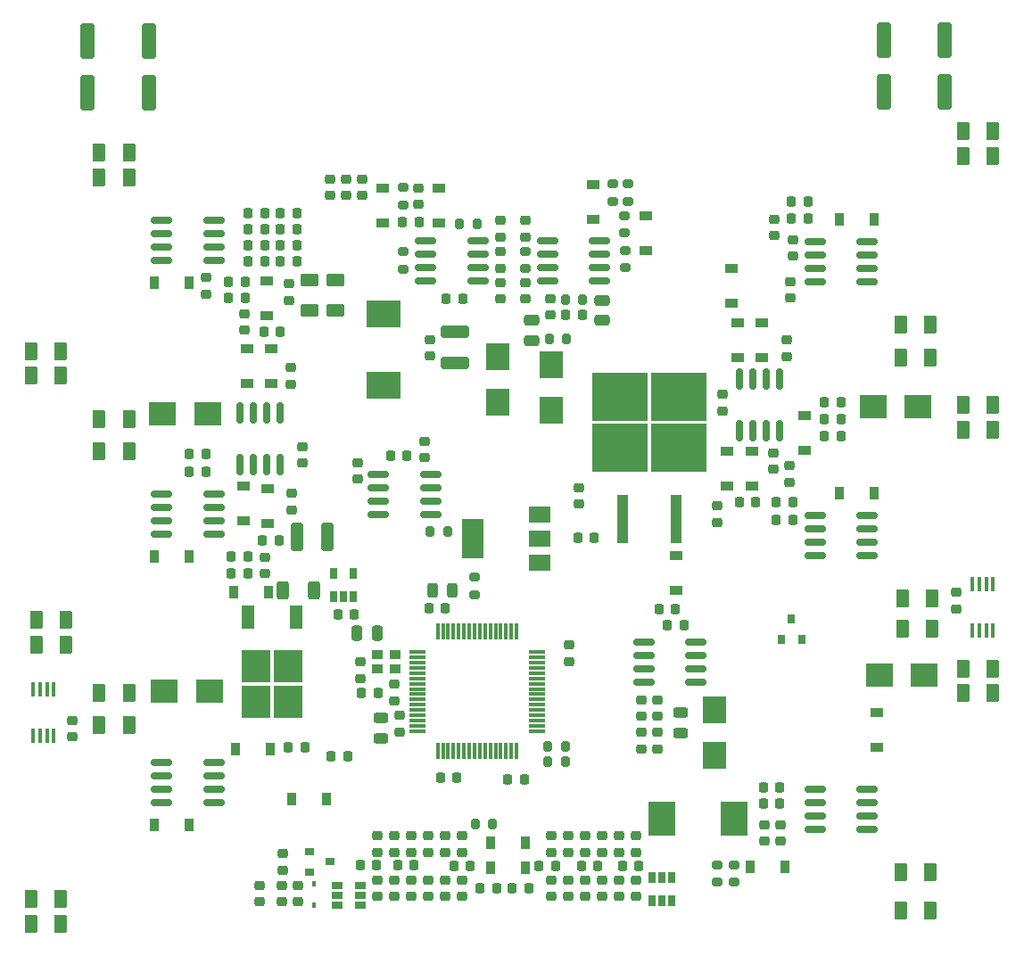
<source format=gbr>
%TF.GenerationSoftware,KiCad,Pcbnew,(6.0.0)*%
%TF.CreationDate,2022-06-09T22:04:04+02:00*%
%TF.ProjectId,Bobbycontroller,426f6262-7963-46f6-9e74-726f6c6c6572,rev?*%
%TF.SameCoordinates,Original*%
%TF.FileFunction,Paste,Top*%
%TF.FilePolarity,Positive*%
%FSLAX46Y46*%
G04 Gerber Fmt 4.6, Leading zero omitted, Abs format (unit mm)*
G04 Created by KiCad (PCBNEW (6.0.0)) date 2022-06-09 22:04:04*
%MOMM*%
%LPD*%
G01*
G04 APERTURE LIST*
G04 Aperture macros list*
%AMRoundRect*
0 Rectangle with rounded corners*
0 $1 Rounding radius*
0 $2 $3 $4 $5 $6 $7 $8 $9 X,Y pos of 4 corners*
0 Add a 4 corners polygon primitive as box body*
4,1,4,$2,$3,$4,$5,$6,$7,$8,$9,$2,$3,0*
0 Add four circle primitives for the rounded corners*
1,1,$1+$1,$2,$3*
1,1,$1+$1,$4,$5*
1,1,$1+$1,$6,$7*
1,1,$1+$1,$8,$9*
0 Add four rect primitives between the rounded corners*
20,1,$1+$1,$2,$3,$4,$5,0*
20,1,$1+$1,$4,$5,$6,$7,0*
20,1,$1+$1,$6,$7,$8,$9,0*
20,1,$1+$1,$8,$9,$2,$3,0*%
G04 Aperture macros list end*
%ADD10RoundRect,0.250000X0.375000X0.625000X-0.375000X0.625000X-0.375000X-0.625000X0.375000X-0.625000X0*%
%ADD11RoundRect,0.249999X0.425001X1.425001X-0.425001X1.425001X-0.425001X-1.425001X0.425001X-1.425001X0*%
%ADD12RoundRect,0.249999X-0.425001X-1.425001X0.425001X-1.425001X0.425001X1.425001X-0.425001X1.425001X0*%
%ADD13R,2.000000X1.500000*%
%ADD14R,2.000000X3.800000*%
%ADD15RoundRect,0.075000X-0.700000X-0.075000X0.700000X-0.075000X0.700000X0.075000X-0.700000X0.075000X0*%
%ADD16RoundRect,0.075000X-0.075000X-0.700000X0.075000X-0.700000X0.075000X0.700000X-0.075000X0.700000X0*%
%ADD17RoundRect,0.150000X-0.150000X0.825000X-0.150000X-0.825000X0.150000X-0.825000X0.150000X0.825000X0*%
%ADD18RoundRect,0.150000X-0.825000X-0.150000X0.825000X-0.150000X0.825000X0.150000X-0.825000X0.150000X0*%
%ADD19RoundRect,0.150000X0.825000X0.150000X-0.825000X0.150000X-0.825000X-0.150000X0.825000X-0.150000X0*%
%ADD20R,3.300000X2.500000*%
%ADD21R,2.300000X2.500000*%
%ADD22RoundRect,0.218750X-0.218750X-0.256250X0.218750X-0.256250X0.218750X0.256250X-0.218750X0.256250X0*%
%ADD23RoundRect,0.218750X0.218750X0.256250X-0.218750X0.256250X-0.218750X-0.256250X0.218750X-0.256250X0*%
%ADD24RoundRect,0.218750X0.256250X-0.218750X0.256250X0.218750X-0.256250X0.218750X-0.256250X-0.218750X0*%
%ADD25RoundRect,0.218750X-0.256250X0.218750X-0.256250X-0.218750X0.256250X-0.218750X0.256250X0.218750X0*%
%ADD26R,0.900000X1.200000*%
%ADD27R,0.900000X0.800000*%
%ADD28RoundRect,0.250000X-0.375000X-0.625000X0.375000X-0.625000X0.375000X0.625000X-0.375000X0.625000X0*%
%ADD29R,1.200000X0.900000*%
%ADD30RoundRect,0.243750X-0.243750X-0.456250X0.243750X-0.456250X0.243750X0.456250X-0.243750X0.456250X0*%
%ADD31RoundRect,0.243750X-0.456250X0.243750X-0.456250X-0.243750X0.456250X-0.243750X0.456250X0.243750X0*%
%ADD32RoundRect,0.243750X0.456250X-0.243750X0.456250X0.243750X-0.456250X0.243750X-0.456250X-0.243750X0*%
%ADD33RoundRect,0.250000X0.625000X-0.375000X0.625000X0.375000X-0.625000X0.375000X-0.625000X-0.375000X0*%
%ADD34R,5.250000X4.550000*%
%ADD35R,1.100000X4.600000*%
%ADD36R,0.650000X1.060000*%
%ADD37R,1.060000X0.650000*%
%ADD38R,2.500000X2.300000*%
%ADD39R,1.000000X0.900000*%
%ADD40RoundRect,0.250000X-0.625000X0.375000X-0.625000X-0.375000X0.625000X-0.375000X0.625000X0.375000X0*%
%ADD41RoundRect,0.225000X-0.250000X0.225000X-0.250000X-0.225000X0.250000X-0.225000X0.250000X0.225000X0*%
%ADD42RoundRect,0.249999X-1.100001X0.325001X-1.100001X-0.325001X1.100001X-0.325001X1.100001X0.325001X0*%
%ADD43RoundRect,0.249999X-0.325001X-1.100001X0.325001X-1.100001X0.325001X1.100001X-0.325001X1.100001X0*%
%ADD44RoundRect,0.225000X-0.225000X-0.250000X0.225000X-0.250000X0.225000X0.250000X-0.225000X0.250000X0*%
%ADD45RoundRect,0.250000X-0.250000X-0.475000X0.250000X-0.475000X0.250000X0.475000X-0.250000X0.475000X0*%
%ADD46RoundRect,0.200000X-0.200000X-0.275000X0.200000X-0.275000X0.200000X0.275000X-0.200000X0.275000X0*%
%ADD47RoundRect,0.249997X-0.312503X-0.625003X0.312503X-0.625003X0.312503X0.625003X-0.312503X0.625003X0*%
%ADD48R,0.800000X0.900000*%
%ADD49R,2.750000X3.050000*%
%ADD50R,1.200000X2.200000*%
%ADD51R,0.450000X0.600000*%
%ADD52RoundRect,0.225000X0.225000X0.250000X-0.225000X0.250000X-0.225000X-0.250000X0.225000X-0.250000X0*%
%ADD53RoundRect,0.250000X-0.475000X0.250000X-0.475000X-0.250000X0.475000X-0.250000X0.475000X0.250000X0*%
%ADD54RoundRect,0.200000X0.275000X-0.200000X0.275000X0.200000X-0.275000X0.200000X-0.275000X-0.200000X0*%
%ADD55RoundRect,0.200000X-0.275000X0.200000X-0.275000X-0.200000X0.275000X-0.200000X0.275000X0.200000X0*%
%ADD56R,0.450000X1.450000*%
%ADD57RoundRect,0.225000X0.250000X-0.225000X0.250000X0.225000X-0.250000X0.225000X-0.250000X-0.225000X0*%
%ADD58RoundRect,0.200000X0.200000X0.275000X-0.200000X0.275000X-0.200000X-0.275000X0.200000X-0.275000X0*%
%ADD59R,2.500000X3.300000*%
G04 APERTURE END LIST*
D10*
%TO.C,R47*%
X115400000Y-76000000D03*
X112600000Y-76000000D03*
%TD*%
%TO.C,R46*%
X109500000Y-93000000D03*
X106700000Y-93000000D03*
%TD*%
%TO.C,R52*%
X109604000Y-67000000D03*
X106804000Y-67000000D03*
%TD*%
%TO.C,R53*%
X115400000Y-51000000D03*
X112600000Y-51000000D03*
%TD*%
%TO.C,R58*%
X109500000Y-41000000D03*
X106700000Y-41000000D03*
%TD*%
D11*
%TO.C,R3*%
X110830000Y-18890000D03*
X105030000Y-18890000D03*
%TD*%
D12*
%TO.C,R4*%
X29480000Y-19000000D03*
X35280000Y-19000000D03*
%TD*%
D11*
%TO.C,R1*%
X110830000Y-14000000D03*
X105030000Y-14000000D03*
%TD*%
D12*
%TO.C,R2*%
X29480000Y-14110000D03*
X35280000Y-14110000D03*
%TD*%
D13*
%TO.C,U17*%
X72350000Y-63600000D03*
D14*
X66050000Y-61300000D03*
D13*
X72350000Y-61300000D03*
X72350000Y-59000000D03*
%TD*%
D15*
%TO.C,U10*%
X60775000Y-72080000D03*
X60775000Y-72580000D03*
X60775000Y-73080000D03*
X60775000Y-73580000D03*
X60775000Y-74080000D03*
X60775000Y-74580000D03*
X60775000Y-75080000D03*
X60775000Y-75580000D03*
X60775000Y-76080000D03*
X60775000Y-76580000D03*
X60775000Y-77080000D03*
X60775000Y-77580000D03*
X60775000Y-78080000D03*
X60775000Y-78580000D03*
X60775000Y-79080000D03*
X60775000Y-79580000D03*
D16*
X62700000Y-81505000D03*
X63200000Y-81505000D03*
X63700000Y-81505000D03*
X64200000Y-81505000D03*
X64700000Y-81505000D03*
X65200000Y-81505000D03*
X65700000Y-81505000D03*
X66200000Y-81505000D03*
X66700000Y-81505000D03*
X67200000Y-81505000D03*
X67700000Y-81505000D03*
X68200000Y-81505000D03*
X68700000Y-81505000D03*
X69200000Y-81505000D03*
X69700000Y-81505000D03*
X70200000Y-81505000D03*
D15*
X72125000Y-79580000D03*
X72125000Y-79080000D03*
X72125000Y-78580000D03*
X72125000Y-78080000D03*
X72125000Y-77580000D03*
X72125000Y-77080000D03*
X72125000Y-76580000D03*
X72125000Y-76080000D03*
X72125000Y-75580000D03*
X72125000Y-75080000D03*
X72125000Y-74580000D03*
X72125000Y-74080000D03*
X72125000Y-73580000D03*
X72125000Y-73080000D03*
X72125000Y-72580000D03*
X72125000Y-72080000D03*
D16*
X70200000Y-70155000D03*
X69700000Y-70155000D03*
X69200000Y-70155000D03*
X68700000Y-70155000D03*
X68200000Y-70155000D03*
X67700000Y-70155000D03*
X67200000Y-70155000D03*
X66700000Y-70155000D03*
X66200000Y-70155000D03*
X65700000Y-70155000D03*
X65200000Y-70155000D03*
X64700000Y-70155000D03*
X64200000Y-70155000D03*
X63700000Y-70155000D03*
X63200000Y-70155000D03*
X62700000Y-70155000D03*
%TD*%
D17*
%TO.C,U15*%
X47755000Y-49375000D03*
X46485000Y-49375000D03*
X45215000Y-49375000D03*
X43945000Y-49375000D03*
X43945000Y-54325000D03*
X45215000Y-54325000D03*
X46485000Y-54325000D03*
X47755000Y-54325000D03*
%TD*%
%TO.C,U9*%
X95155000Y-46125000D03*
X93885000Y-46125000D03*
X92615000Y-46125000D03*
X91345000Y-46125000D03*
X91345000Y-51075000D03*
X92615000Y-51075000D03*
X93885000Y-51075000D03*
X95155000Y-51075000D03*
%TD*%
D18*
%TO.C,U6*%
X98525000Y-85095000D03*
X98525000Y-86365000D03*
X98525000Y-87635000D03*
X98525000Y-88905000D03*
X103475000Y-88905000D03*
X103475000Y-87635000D03*
X103475000Y-86365000D03*
X103475000Y-85095000D03*
%TD*%
%TO.C,U7*%
X98525000Y-59095000D03*
X98525000Y-60365000D03*
X98525000Y-61635000D03*
X98525000Y-62905000D03*
X103475000Y-62905000D03*
X103475000Y-61635000D03*
X103475000Y-60365000D03*
X103475000Y-59095000D03*
%TD*%
%TO.C,U8*%
X98525000Y-33095000D03*
X98525000Y-34365000D03*
X98525000Y-35635000D03*
X98525000Y-36905000D03*
X103475000Y-36905000D03*
X103475000Y-35635000D03*
X103475000Y-34365000D03*
X103475000Y-33095000D03*
%TD*%
D19*
%TO.C,U12*%
X41475000Y-86405000D03*
X41475000Y-85135000D03*
X41475000Y-83865000D03*
X41475000Y-82595000D03*
X36525000Y-82595000D03*
X36525000Y-83865000D03*
X36525000Y-85135000D03*
X36525000Y-86405000D03*
%TD*%
%TO.C,U14*%
X41475000Y-34905000D03*
X41475000Y-33635000D03*
X41475000Y-32365000D03*
X41475000Y-31095000D03*
X36525000Y-31095000D03*
X36525000Y-32365000D03*
X36525000Y-33635000D03*
X36525000Y-34905000D03*
%TD*%
D18*
%TO.C,U5*%
X61575000Y-33045000D03*
X61575000Y-34315000D03*
X61575000Y-35585000D03*
X61575000Y-36855000D03*
X66525000Y-36855000D03*
X66525000Y-35585000D03*
X66525000Y-34315000D03*
X66525000Y-33045000D03*
%TD*%
D10*
%TO.C,R59*%
X115400000Y-25000000D03*
X112600000Y-25000000D03*
%TD*%
D20*
%TO.C,D39*%
X57600000Y-39950000D03*
X57600000Y-46750000D03*
%TD*%
D21*
%TO.C,D41*%
X73500000Y-44800000D03*
X73500000Y-49100000D03*
%TD*%
D22*
%TO.C,R70*%
X55462500Y-76000000D03*
X57037500Y-76000000D03*
%TD*%
D23*
%TO.C,C23*%
X71337500Y-94500000D03*
X69762500Y-94500000D03*
%TD*%
D24*
%TO.C,C79*%
X89250000Y-59787500D03*
X89250000Y-58212500D03*
%TD*%
D25*
%TO.C,C50*%
X96100000Y-54412500D03*
X96100000Y-55987500D03*
%TD*%
D24*
%TO.C,C74*%
X49850000Y-54137500D03*
X49850000Y-52562500D03*
%TD*%
%TO.C,C33*%
X68650000Y-32687500D03*
X68650000Y-31112500D03*
%TD*%
D25*
%TO.C,D27*%
X95250000Y-88462500D03*
X95250000Y-90037500D03*
%TD*%
D26*
%TO.C,D20*%
X104150000Y-57000000D03*
X100850000Y-57000000D03*
%TD*%
%TO.C,D21*%
X104150000Y-31000000D03*
X100850000Y-31000000D03*
%TD*%
%TO.C,D32*%
X35850000Y-88500000D03*
X39150000Y-88500000D03*
%TD*%
%TO.C,D33*%
X35850000Y-63000000D03*
X39150000Y-63000000D03*
%TD*%
%TO.C,D34*%
X35850000Y-37000000D03*
X39150000Y-37000000D03*
%TD*%
%TO.C,D2*%
X67750000Y-90150000D03*
X71050000Y-90150000D03*
%TD*%
%TO.C,D26*%
X48850000Y-86000000D03*
X52150000Y-86000000D03*
%TD*%
D27*
%TO.C,Q1*%
X50500000Y-91050000D03*
X50500000Y-92950000D03*
X52500000Y-92000000D03*
%TD*%
D23*
%TO.C,R60*%
X97837500Y-30950000D03*
X96262500Y-30950000D03*
%TD*%
%TO.C,R61*%
X97837500Y-29300000D03*
X96262500Y-29300000D03*
%TD*%
%TO.C,R62*%
X101000000Y-50000000D03*
X99425000Y-50000000D03*
%TD*%
%TO.C,R63*%
X100987500Y-51550000D03*
X99412500Y-51550000D03*
%TD*%
D25*
%TO.C,R64*%
X94650000Y-30962500D03*
X94650000Y-32537500D03*
%TD*%
%TO.C,R66*%
X89700000Y-47612500D03*
X89700000Y-49187500D03*
%TD*%
D22*
%TO.C,R67*%
X91312500Y-57800000D03*
X92887500Y-57800000D03*
%TD*%
D24*
%TO.C,R68*%
X95850000Y-44037500D03*
X95850000Y-42462500D03*
%TD*%
D25*
%TO.C,R69*%
X94550000Y-53162500D03*
X94550000Y-54737500D03*
%TD*%
D28*
%TO.C,R85*%
X30600000Y-79000000D03*
X33400000Y-79000000D03*
%TD*%
%TO.C,R86*%
X24100000Y-95500000D03*
X26900000Y-95500000D03*
%TD*%
D22*
%TO.C,R105*%
X46200000Y-41700000D03*
X47775000Y-41700000D03*
%TD*%
D25*
%TO.C,R103*%
X44400000Y-39962500D03*
X44400000Y-41537500D03*
%TD*%
D22*
%TO.C,R99*%
X42862500Y-38450000D03*
X44437500Y-38450000D03*
%TD*%
D24*
%TO.C,R107*%
X48800000Y-46637500D03*
X48800000Y-45062500D03*
%TD*%
D22*
%TO.C,R100*%
X42862500Y-36900000D03*
X44437500Y-36900000D03*
%TD*%
D24*
%TO.C,R106*%
X48850000Y-58587500D03*
X48850000Y-57012500D03*
%TD*%
D28*
%TO.C,R91*%
X30600000Y-53000000D03*
X33400000Y-53000000D03*
%TD*%
D22*
%TO.C,R101*%
X43112500Y-64600000D03*
X44687500Y-64600000D03*
%TD*%
D23*
%TO.C,R108*%
X47637500Y-61450000D03*
X46062500Y-61450000D03*
%TD*%
D22*
%TO.C,R102*%
X43112500Y-63000000D03*
X44687500Y-63000000D03*
%TD*%
D28*
%TO.C,R92*%
X24600000Y-69050000D03*
X27400000Y-69050000D03*
%TD*%
%TO.C,R97*%
X30600000Y-27000000D03*
X33400000Y-27000000D03*
%TD*%
%TO.C,R98*%
X24100000Y-43500000D03*
X26900000Y-43500000D03*
%TD*%
D25*
%TO.C,R9*%
X45800000Y-94212500D03*
X45800000Y-95787500D03*
%TD*%
%TO.C,R15*%
X47900000Y-94212500D03*
X47900000Y-95787500D03*
%TD*%
D24*
%TO.C,R110*%
X52525000Y-28737500D03*
X52525000Y-27162500D03*
%TD*%
D25*
%TO.C,R111*%
X54025000Y-27162500D03*
X54025000Y-28737500D03*
%TD*%
%TO.C,R112*%
X55525000Y-27162500D03*
X55525000Y-28737500D03*
%TD*%
D24*
%TO.C,R73*%
X48000000Y-92787500D03*
X48000000Y-91212500D03*
%TD*%
D25*
%TO.C,R10*%
X81500000Y-93712500D03*
X81500000Y-95287500D03*
%TD*%
%TO.C,R18*%
X61800000Y-93712500D03*
X61800000Y-95287500D03*
%TD*%
%TO.C,R21*%
X75100000Y-93712500D03*
X75100000Y-95287500D03*
%TD*%
%TO.C,R22*%
X65000000Y-93712500D03*
X65000000Y-95287500D03*
%TD*%
D24*
%TO.C,R29*%
X63400000Y-95287500D03*
X63400000Y-93712500D03*
%TD*%
%TO.C,R26*%
X76700000Y-95287500D03*
X76700000Y-93712500D03*
%TD*%
%TO.C,R27*%
X60200000Y-95287500D03*
X60200000Y-93712500D03*
%TD*%
%TO.C,R23*%
X79900000Y-95287500D03*
X79900000Y-93712500D03*
%TD*%
%TO.C,R24*%
X57000000Y-95287500D03*
X57000000Y-93712500D03*
%TD*%
D22*
%TO.C,R35*%
X59362500Y-31250000D03*
X60937500Y-31250000D03*
%TD*%
D24*
%TO.C,R41*%
X68650000Y-35637500D03*
X68650000Y-34062500D03*
%TD*%
%TO.C,R33*%
X60900000Y-29587500D03*
X60900000Y-28012500D03*
%TD*%
D25*
%TO.C,C52*%
X58600000Y-75112500D03*
X58600000Y-76687500D03*
%TD*%
D22*
%TO.C,C22*%
X66712500Y-94500000D03*
X68287500Y-94500000D03*
%TD*%
D26*
%TO.C,D1*%
X67750000Y-92550000D03*
X71050000Y-92550000D03*
%TD*%
D24*
%TO.C,D5*%
X81500000Y-91087500D03*
X81500000Y-89512500D03*
%TD*%
%TO.C,D6*%
X58587500Y-91100000D03*
X58587500Y-89525000D03*
%TD*%
%TO.C,D7*%
X78300000Y-91087500D03*
X78300000Y-89512500D03*
%TD*%
%TO.C,D8*%
X61800000Y-91087500D03*
X61800000Y-89512500D03*
%TD*%
%TO.C,D10*%
X65000000Y-91087500D03*
X65000000Y-89512500D03*
%TD*%
D10*
%TO.C,R44*%
X109450000Y-96600000D03*
X106650000Y-96600000D03*
%TD*%
%TO.C,R45*%
X115400000Y-73650000D03*
X112600000Y-73650000D03*
%TD*%
%TO.C,R51*%
X115400000Y-48600000D03*
X112600000Y-48600000D03*
%TD*%
%TO.C,R56*%
X109500000Y-44100000D03*
X106700000Y-44100000D03*
%TD*%
%TO.C,R57*%
X115400000Y-22650000D03*
X112600000Y-22650000D03*
%TD*%
D28*
%TO.C,R83*%
X30600000Y-76000000D03*
X33400000Y-76000000D03*
%TD*%
%TO.C,R84*%
X24100000Y-97900000D03*
X26900000Y-97900000D03*
%TD*%
%TO.C,R89*%
X30600000Y-49950000D03*
X33400000Y-49950000D03*
%TD*%
%TO.C,R90*%
X24600000Y-71400000D03*
X27400000Y-71400000D03*
%TD*%
%TO.C,R95*%
X30600000Y-24650000D03*
X33400000Y-24650000D03*
%TD*%
%TO.C,R96*%
X24100000Y-45850000D03*
X26900000Y-45850000D03*
%TD*%
D24*
%TO.C,R28*%
X73500000Y-95287500D03*
X73500000Y-93712500D03*
%TD*%
D29*
%TO.C,D19*%
X104400000Y-81150000D03*
X104400000Y-77850000D03*
%TD*%
D23*
%TO.C,D29*%
X49312500Y-31950000D03*
X47737500Y-31950000D03*
%TD*%
%TO.C,D30*%
X49312500Y-33450000D03*
X47737500Y-33450000D03*
%TD*%
%TO.C,D31*%
X49312500Y-34950000D03*
X47737500Y-34950000D03*
%TD*%
D22*
%TO.C,R80*%
X44737500Y-34950000D03*
X46312500Y-34950000D03*
%TD*%
%TO.C,R77*%
X44737500Y-30450000D03*
X46312500Y-30450000D03*
%TD*%
%TO.C,R79*%
X44737500Y-33450000D03*
X46312500Y-33450000D03*
%TD*%
%TO.C,R78*%
X44737500Y-31950000D03*
X46312500Y-31950000D03*
%TD*%
D23*
%TO.C,D28*%
X49312500Y-30450000D03*
X47737500Y-30450000D03*
%TD*%
%TO.C,C84*%
X85287500Y-68000000D03*
X83712500Y-68000000D03*
%TD*%
D22*
%TO.C,C56*%
X61875000Y-67900000D03*
X63450000Y-67900000D03*
%TD*%
D23*
%TO.C,C54*%
X70937500Y-84150000D03*
X69362500Y-84150000D03*
%TD*%
D30*
%TO.C,C57*%
X62212500Y-66200000D03*
X64087500Y-66200000D03*
%TD*%
D23*
%TO.C,C53*%
X64540000Y-84010000D03*
X62965000Y-84010000D03*
%TD*%
D25*
%TO.C,C58*%
X59100000Y-78112500D03*
X59100000Y-79687500D03*
%TD*%
D31*
%TO.C,C59*%
X57300000Y-78362500D03*
X57300000Y-80237500D03*
%TD*%
D32*
%TO.C,C31*%
X85800000Y-79737500D03*
X85800000Y-77862500D03*
%TD*%
D25*
%TO.C,C19*%
X83600000Y-76612500D03*
X83600000Y-78187500D03*
%TD*%
D22*
%TO.C,C20*%
X84500000Y-69500000D03*
X86075000Y-69500000D03*
%TD*%
D25*
%TO.C,C21*%
X83600000Y-79712500D03*
X83600000Y-81287500D03*
%TD*%
D29*
%TO.C,D40*%
X85350000Y-66260000D03*
X85350000Y-62960000D03*
%TD*%
D33*
%TO.C,F1*%
X50500000Y-39600000D03*
X50500000Y-36800000D03*
%TD*%
D25*
%TO.C,R5*%
X82000000Y-76612500D03*
X82000000Y-78187500D03*
%TD*%
%TO.C,R6*%
X82000000Y-79712500D03*
X82000000Y-81287500D03*
%TD*%
%TO.C,C55*%
X75150000Y-71412500D03*
X75150000Y-72987500D03*
%TD*%
D23*
%TO.C,C82*%
X77587500Y-61200000D03*
X76012500Y-61200000D03*
%TD*%
D26*
%TO.C,D4*%
X46850000Y-81300000D03*
X43550000Y-81300000D03*
%TD*%
D21*
%TO.C,D14*%
X89000000Y-81850000D03*
X89000000Y-77550000D03*
%TD*%
D25*
%TO.C,C76*%
X61950000Y-42412500D03*
X61950000Y-43987500D03*
%TD*%
D24*
%TO.C,C81*%
X61468000Y-53619500D03*
X61468000Y-52044500D03*
%TD*%
D23*
%TO.C,R43*%
X95187500Y-86500000D03*
X93612500Y-86500000D03*
%TD*%
%TO.C,R49*%
X96387500Y-57800000D03*
X94812500Y-57800000D03*
%TD*%
D25*
%TO.C,R54*%
X96200000Y-36912500D03*
X96200000Y-38487500D03*
%TD*%
%TO.C,R55*%
X96400000Y-32912500D03*
X96400000Y-34487500D03*
%TD*%
D22*
%TO.C,R82*%
X52612500Y-82000000D03*
X54187500Y-82000000D03*
%TD*%
D23*
%TO.C,R88*%
X40700000Y-53300000D03*
X39125000Y-53300000D03*
%TD*%
D25*
%TO.C,R93*%
X48600000Y-37112500D03*
X48600000Y-38687500D03*
%TD*%
%TO.C,R94*%
X40700000Y-36512500D03*
X40700000Y-38087500D03*
%TD*%
D23*
%TO.C,R48*%
X96387500Y-59500000D03*
X94812500Y-59500000D03*
%TD*%
%TO.C,R42*%
X95187500Y-84900000D03*
X93612500Y-84900000D03*
%TD*%
D19*
%TO.C,U13*%
X41475000Y-60905000D03*
X41475000Y-59635000D03*
X41475000Y-58365000D03*
X41475000Y-57095000D03*
X36525000Y-57095000D03*
X36525000Y-58365000D03*
X36525000Y-59635000D03*
X36525000Y-60905000D03*
%TD*%
D23*
%TO.C,R87*%
X40687500Y-55000000D03*
X39112500Y-55000000D03*
%TD*%
D22*
%TO.C,R81*%
X48512500Y-81100000D03*
X50087500Y-81100000D03*
%TD*%
D25*
%TO.C,R8*%
X57000000Y-89512500D03*
X57000000Y-91087500D03*
%TD*%
%TO.C,R13*%
X76700000Y-89512500D03*
X76700000Y-91087500D03*
%TD*%
%TO.C,R14*%
X60200000Y-89512500D03*
X60200000Y-91087500D03*
%TD*%
%TO.C,R20*%
X63400000Y-89512500D03*
X63400000Y-91087500D03*
%TD*%
%TO.C,R7*%
X79900000Y-89512500D03*
X79900000Y-91087500D03*
%TD*%
%TO.C,R19*%
X73500000Y-89512500D03*
X73500000Y-91087500D03*
%TD*%
%TO.C,R11*%
X58600000Y-93712500D03*
X58600000Y-95287500D03*
%TD*%
D24*
%TO.C,D9*%
X75100000Y-91087500D03*
X75100000Y-89512500D03*
%TD*%
D34*
%TO.C,U16*%
X80035000Y-47840000D03*
X80035000Y-52690000D03*
X85585000Y-47840000D03*
X85585000Y-52690000D03*
D35*
X80270000Y-59415000D03*
X85350000Y-59415000D03*
%TD*%
D36*
%TO.C,U2*%
X83050000Y-95700000D03*
X84000000Y-95700000D03*
X84950000Y-95700000D03*
X84950000Y-93500000D03*
X84000000Y-93500000D03*
X83050000Y-93500000D03*
%TD*%
D37*
%TO.C,U3*%
X53200000Y-94250000D03*
X53200000Y-95200000D03*
X53200000Y-96150000D03*
X55400000Y-96150000D03*
X55400000Y-95200000D03*
X55400000Y-94250000D03*
%TD*%
D25*
%TO.C,R17*%
X78300000Y-93712500D03*
X78300000Y-95287500D03*
%TD*%
D38*
%TO.C,D42*%
X104600000Y-74250000D03*
X108900000Y-74250000D03*
%TD*%
%TO.C,D43*%
X104022000Y-48768000D03*
X108322000Y-48768000D03*
%TD*%
%TO.C,D44*%
X36750000Y-75800000D03*
X41050000Y-75800000D03*
%TD*%
D21*
%TO.C,D46*%
X68400000Y-48350000D03*
X68400000Y-44050000D03*
%TD*%
D38*
%TO.C,D45*%
X36550000Y-49500000D03*
X40850000Y-49500000D03*
%TD*%
D24*
%TO.C,C77*%
X76090000Y-58027500D03*
X76090000Y-56452500D03*
%TD*%
D39*
%TO.C,X1*%
X56950000Y-73650000D03*
X58650000Y-73650000D03*
X58650000Y-72350000D03*
X56950000Y-72350000D03*
%TD*%
D40*
%TO.C,R109*%
X53000000Y-36800000D03*
X53000000Y-39600000D03*
%TD*%
D41*
%TO.C,C51*%
X55400000Y-73025000D03*
X55400000Y-74575000D03*
%TD*%
D42*
%TO.C,C75*%
X64350000Y-41675000D03*
X64350000Y-44625000D03*
%TD*%
D43*
%TO.C,C80*%
X49325000Y-61150000D03*
X52275000Y-61150000D03*
%TD*%
D44*
%TO.C,C60*%
X53225000Y-68500000D03*
X54775000Y-68500000D03*
%TD*%
D45*
%TO.C,C61*%
X55050000Y-70250000D03*
X56950000Y-70250000D03*
%TD*%
D46*
%TO.C,R74*%
X73175000Y-82500000D03*
X74825000Y-82500000D03*
%TD*%
%TO.C,R75*%
X73175000Y-81000000D03*
X74825000Y-81000000D03*
%TD*%
D47*
%TO.C,R76*%
X48037500Y-66250000D03*
X50962500Y-66250000D03*
%TD*%
D36*
%TO.C,U11*%
X52800000Y-66850000D03*
X53750000Y-66850000D03*
X54700000Y-66850000D03*
X54700000Y-64650000D03*
X52800000Y-64650000D03*
%TD*%
D48*
%TO.C,D12*%
X95350000Y-70900000D03*
X97250000Y-70900000D03*
X96300000Y-68900000D03*
%TD*%
D18*
%TO.C,U1*%
X82275000Y-71095000D03*
X82275000Y-72365000D03*
X82275000Y-73635000D03*
X82275000Y-74905000D03*
X87225000Y-74905000D03*
X87225000Y-73635000D03*
X87225000Y-72365000D03*
X87225000Y-71095000D03*
%TD*%
D49*
%TO.C,V7*%
X48525000Y-76775000D03*
X45475000Y-76775000D03*
X45475000Y-73425000D03*
X48525000Y-73425000D03*
D50*
X49280000Y-68800000D03*
X44720000Y-68800000D03*
%TD*%
D24*
%TO.C,R104*%
X46300000Y-64637500D03*
X46300000Y-63062500D03*
%TD*%
D10*
%TO.C,R50*%
X109650000Y-69900000D03*
X106850000Y-69900000D03*
%TD*%
D25*
%TO.C,R72*%
X93750000Y-88462500D03*
X93750000Y-90037500D03*
%TD*%
D23*
%TO.C,R65*%
X100987500Y-48400000D03*
X99412500Y-48400000D03*
%TD*%
D41*
%TO.C,C28*%
X49400000Y-94225000D03*
X49400000Y-95775000D03*
%TD*%
D46*
%TO.C,R25*%
X66275000Y-88400000D03*
X67925000Y-88400000D03*
%TD*%
D51*
%TO.C,D11*%
X51000000Y-94050000D03*
X51000000Y-96150000D03*
%TD*%
D52*
%TO.C,C29*%
X73875000Y-92400000D03*
X72325000Y-92400000D03*
%TD*%
D29*
%TO.C,D38*%
X46600000Y-56550000D03*
X46600000Y-59850000D03*
%TD*%
D52*
%TO.C,C25*%
X56875000Y-92300000D03*
X55325000Y-92300000D03*
%TD*%
D53*
%TO.C,C87*%
X78350000Y-38700000D03*
X78350000Y-40600000D03*
%TD*%
D54*
%TO.C,R71*%
X66200000Y-66625000D03*
X66200000Y-64975000D03*
%TD*%
D55*
%TO.C,R40*%
X71000000Y-34025000D03*
X71000000Y-35675000D03*
%TD*%
D56*
%TO.C,U20*%
X26275000Y-75650000D03*
X25625000Y-75650000D03*
X24975000Y-75650000D03*
X24325000Y-75650000D03*
X24325000Y-80050000D03*
X24975000Y-80050000D03*
X25625000Y-80050000D03*
X26275000Y-80050000D03*
%TD*%
D29*
%TO.C,D25*%
X92500000Y-53000000D03*
X92500000Y-56300000D03*
%TD*%
%TO.C,D35*%
X44600000Y-43300000D03*
X44600000Y-46600000D03*
%TD*%
%TO.C,D15*%
X82450000Y-34000000D03*
X82450000Y-30700000D03*
%TD*%
D41*
%TO.C,C35*%
X68650000Y-37025000D03*
X68650000Y-38575000D03*
%TD*%
D54*
%TO.C,R30*%
X80800000Y-29275000D03*
X80800000Y-27625000D03*
%TD*%
D29*
%TO.C,D23*%
X93500000Y-44150000D03*
X93500000Y-40850000D03*
%TD*%
D52*
%TO.C,C91*%
X59775000Y-53450000D03*
X58225000Y-53450000D03*
%TD*%
D44*
%TO.C,C26*%
X76325000Y-92400000D03*
X77875000Y-92400000D03*
%TD*%
D52*
%TO.C,C27*%
X60475000Y-92300000D03*
X58925000Y-92300000D03*
%TD*%
D57*
%TO.C,C32*%
X71000000Y-32675000D03*
X71000000Y-31125000D03*
%TD*%
D54*
%TO.C,R37*%
X59450000Y-35725000D03*
X59450000Y-34075000D03*
%TD*%
D53*
%TO.C,C86*%
X71650000Y-40600000D03*
X71650000Y-42500000D03*
%TD*%
D41*
%TO.C,C34*%
X71000000Y-37025000D03*
X71000000Y-38575000D03*
%TD*%
%TO.C,C89*%
X28050000Y-78575000D03*
X28050000Y-80125000D03*
%TD*%
D58*
%TO.C,R39*%
X66425000Y-31400000D03*
X64775000Y-31400000D03*
%TD*%
D29*
%TO.C,D22*%
X91200000Y-40850000D03*
X91200000Y-44150000D03*
%TD*%
%TO.C,D24*%
X90200000Y-56300000D03*
X90200000Y-53000000D03*
%TD*%
%TO.C,D48*%
X97500000Y-49650000D03*
X97500000Y-52950000D03*
%TD*%
D55*
%TO.C,R36*%
X80500000Y-33925000D03*
X80500000Y-35575000D03*
%TD*%
D57*
%TO.C,C90*%
X111950000Y-67975000D03*
X111950000Y-66425000D03*
%TD*%
D29*
%TO.C,D47*%
X90600000Y-38950000D03*
X90600000Y-35650000D03*
%TD*%
D54*
%TO.C,R34*%
X80450000Y-32275000D03*
X80450000Y-30625000D03*
%TD*%
D44*
%TO.C,C37*%
X63525000Y-38500000D03*
X65075000Y-38500000D03*
%TD*%
D55*
%TO.C,R12*%
X89200000Y-92275000D03*
X89200000Y-93925000D03*
%TD*%
D29*
%TO.C,D37*%
X44300000Y-59600000D03*
X44300000Y-56300000D03*
%TD*%
D46*
%TO.C,R38*%
X74825000Y-38600000D03*
X76475000Y-38600000D03*
%TD*%
D54*
%TO.C,R32*%
X59450000Y-29625000D03*
X59450000Y-27975000D03*
%TD*%
D29*
%TO.C,D49*%
X46500000Y-40150000D03*
X46500000Y-36850000D03*
%TD*%
%TO.C,D36*%
X46900000Y-46600000D03*
X46900000Y-43300000D03*
%TD*%
D18*
%TO.C,U19*%
X57075000Y-55195000D03*
X57075000Y-56465000D03*
X57075000Y-57735000D03*
X57075000Y-59005000D03*
X62025000Y-59005000D03*
X62025000Y-57735000D03*
X62025000Y-56465000D03*
X62025000Y-55195000D03*
%TD*%
D26*
%TO.C,D3*%
X92350000Y-92500000D03*
X95650000Y-92500000D03*
%TD*%
D52*
%TO.C,C88*%
X76425000Y-40100000D03*
X74875000Y-40100000D03*
%TD*%
D26*
%TO.C,D50*%
X43350000Y-66400000D03*
X46650000Y-66400000D03*
%TD*%
D57*
%TO.C,C92*%
X55100000Y-55650000D03*
X55100000Y-54100000D03*
%TD*%
%TO.C,C36*%
X73400000Y-40075000D03*
X73400000Y-38525000D03*
%TD*%
D55*
%TO.C,R16*%
X90800000Y-92275000D03*
X90800000Y-93925000D03*
%TD*%
D44*
%TO.C,C30*%
X64225000Y-92400000D03*
X65775000Y-92400000D03*
%TD*%
D56*
%TO.C,U21*%
X113475000Y-70000000D03*
X114125000Y-70000000D03*
X114775000Y-70000000D03*
X115425000Y-70000000D03*
X115425000Y-65600000D03*
X114775000Y-65600000D03*
X114125000Y-65600000D03*
X113475000Y-65600000D03*
%TD*%
D29*
%TO.C,D17*%
X77450000Y-31000000D03*
X77450000Y-27700000D03*
%TD*%
D44*
%TO.C,C24*%
X80225000Y-92400000D03*
X81775000Y-92400000D03*
%TD*%
D58*
%TO.C,R114*%
X63625000Y-60650000D03*
X61975000Y-60650000D03*
%TD*%
D59*
%TO.C,D13*%
X84000000Y-87900000D03*
X90800000Y-87900000D03*
%TD*%
D46*
%TO.C,R113*%
X73275000Y-42350000D03*
X74925000Y-42350000D03*
%TD*%
D29*
%TO.C,D18*%
X62850000Y-31350000D03*
X62850000Y-28050000D03*
%TD*%
D19*
%TO.C,U4*%
X78075000Y-36855000D03*
X78075000Y-35585000D03*
X78075000Y-34315000D03*
X78075000Y-33045000D03*
X73125000Y-33045000D03*
X73125000Y-34315000D03*
X73125000Y-35585000D03*
X73125000Y-36855000D03*
%TD*%
D54*
%TO.C,R31*%
X79350000Y-29275000D03*
X79350000Y-27625000D03*
%TD*%
D29*
%TO.C,D16*%
X57500000Y-31350000D03*
X57500000Y-28050000D03*
%TD*%
M02*

</source>
